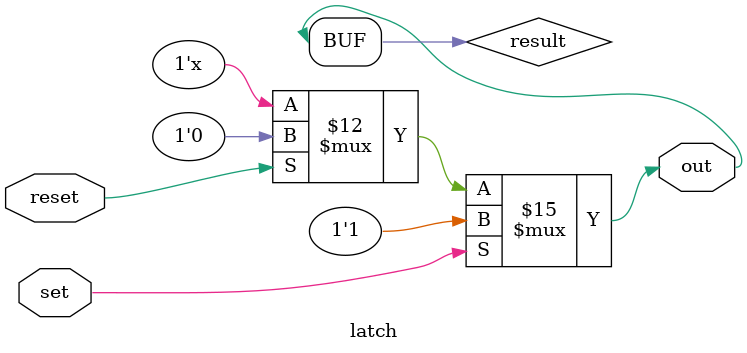
<source format=v>

module sorter (weight, clock, reset, group1, group2, group3, group4, group5, group6, current_group);
	input [11:0] weight;
	input clock, reset;
	output [7:0] group1, group2, group3, group4, group5, group6;
	output [2:0] current_group;
	
	parameter GROUP1_UPPER_LIMIT = 250;
	parameter GROUP2_UPPER_LIMIT = 500;
	parameter GROUP3_UPPER_LIMIT = 750;
	parameter GROUP4_UPPER_LIMIT = 1500;
	parameter GROUP5_UPPER_LIMIT = 2000;
	// 		  GROUP6_UPPER_LIMIT = infinity
	
	
	
	// NOTES:
	// 1) reset is active high. Asynchronous
	// 2) at start, assume nothing is on the sorter. 
	// 3) registers change on falling edge of clock.
	// 4) group1 goes from [1 to GROUP1_UPPER_LIMIT] inclusive
	// 		group2 goes from [GROUP1_UPPER_LIMIT+1 to GROUP2_UPPER_LIMIT] inclusive
	// 		similarly for group3, 4, 5, 6.
	
	// RS latch to communicate when the package data (the weight) as been read.
	// latches 1: when has_package transitions 0 => 1
	// 		if we [place a package] and it has [not been read], then we [place a new package],
	// 		the old package will never be read. new_package stays latched to 1.
	// latches 0: when the package is read, and the groups are updated.
	wire new_package; 
	
	// signal that resets the new_package latch.
	reg read_package;	
	
	// groupN outputs are registered outputs.
	reg [7:0] g1, g2, g3, g4, g5, g6;
	
	// since always blocks cannot drive type net. We put it through a reg type.
	reg [2:0] cg;
	
	
	reg has_package; //= (weight == 12'b 000000000000 || weight === 12'b xxxxxxxxxxxx )?(0):(1);
	always @(*) begin
		if((weight === 12'b zzzzzzzzzzzz) || (weight == 12'd 0) ) begin
			has_package = 0;
		end
		else begin
			has_package = 1;
		end
	end
	
	// tie cg to current_group
	assign current_group = cg;
	
	//tie the registered outputs to output pins
	assign group1 = g1;
	assign group2 = g2;
	assign group3 = g3;
	assign group4 = g4;
	assign group5 = g5;
	assign group6 = g6;
	
	// latching action for new_package
	latch l0 (
		.set	(has_package & (read_package == 0 | read_package === 1'b x)),
		.reset	(read_package),
		.out	(new_package)
	);
	
	// combinational for current_group
	always @(weight) begin
		if (weight == 0) begin
			cg = 3'd 0;
		end
		else if ((weight > 0) && (weight < GROUP1_UPPER_LIMIT+1)) begin
			// in group 1
			cg = 3'd 1;
		end
		else if ((weight > GROUP1_UPPER_LIMIT) && (weight < GROUP2_UPPER_LIMIT+1)) begin
			// in group 2
			cg = 3'd 2;
		end
		else if ((weight > GROUP2_UPPER_LIMIT) && (weight < GROUP3_UPPER_LIMIT+1)) begin
			// in group 3
			cg = 3'd 3;
		end
		else if ((weight > GROUP3_UPPER_LIMIT) && (weight < GROUP4_UPPER_LIMIT+1)) begin
			// in group 4
			cg = 3'd 4;
		end
		else if ((weight > GROUP4_UPPER_LIMIT) && (weight < GROUP5_UPPER_LIMIT+1)) begin
			// in group 5
			cg = 3'd 5;
		end
		else if (weight > GROUP5_UPPER_LIMIT ) begin
			// in group 6
			cg = 3'd 6;
		end
		else begin 
			// error should never happen
			cg = 3'd 7;
		end
	end

	
	// register clocking
	always @(negedge clock, reset) begin
		if(reset == 1) begin
			// async reset
			g1 <= 0;
			g2 <= 0;
			g3 <= 0;
			g4 <= 0;
			g5 <= 0;
			g6 <= 0;
			read_package <= 0;
		end
		else begin
			// on falling edge clock. See NOTES
			if (new_package == 1) begin
				case (cg)
				3'd 0: begin end // could happen if someone places/removes packages too quickly. In this case, DO NOTHING. Counts as read the data
				3'd 1: g1 <= g1 +1;
				3'd 2: g2 <= g2 +1;
				3'd 3: g3 <= g3 +1;
				3'd 4: g4 <= g4 +1;
				3'd 5: g5 <= g5 +1;
				3'd 6: g6 <= g6 +1;
				3'd 7: begin end // should never happen
				endcase
				
				// reset the new_package latch. 
				read_package <= 1;
			end
			else begin
				g1 <= g1;
				g2 <= g2;
				g3 <= g3;
				g4 <= g4;
				g5 <= g5;
				g6 <= g6;
				
				//no new packages
				//check if package is still there
				read_package <= (has_package)?(1):(0);
			end
		end
		
		
		
	end

endmodule


module latch(set, reset, out);
	input set, reset;
	output out;
	// this is a self gated latch based on the output
	// SET and RESET signals will be gated by the output
	// this way, if out == 1, it will wait for a reset and ignore the SET.
	// 		if out == 0, it will wait for SET, and ignore RESET.
	
	//active high SET, and RESET.
	
	reg result;
	
	assign out = result;
	
	always @(set, reset) begin
		if (set == 1 && (result != 1 || result === 1'bx) )begin
			result <= 1;
		end
		else if (reset == 1 && (result != 0 || result === 1'bx) )begin
			// result == 1 case
			result <= 0;
		end
		
		
		
	end

endmodule

</source>
